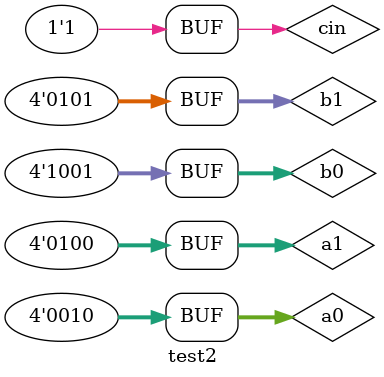
<source format=v>
`timescale 1ns / 1ps
module test2;

	// Inputs
	reg [3:0] a1;
	reg [3:0] a0;
	reg [3:0] b1;
	reg [3:0] b0;
	reg cin;

	// Outputs
	wire bcd2;
	wire [3:0] bcd1;
	wire [3:0] bcd0;

	// Instantiate the Unit Under Test (UUT)
	bcdadder2digit uut (
		.a1(a1), 
		.a0(a0), 
		.b1(b1), 
		.b0(b0), 
		.cin(cin), 
		.bcd2(bcd2), 
		.bcd1(bcd1), 
		.bcd0(bcd0)
	);

	initial begin
		// Initialize Inputs
		a1 = 4;
		a0 = 2;
		b1 = 5;
		b0 = 9;
		cin = 1;

	end
      initial 
		$monitor("a1=%d,a0=%d,b1=%d,b0=%d,cin=%d, bcd2=%d,bcd1=%d,bcd0=%d",a1,a0,b1,b0,cin,bcd2,bcd1,bcd0);
endmodule


</source>
